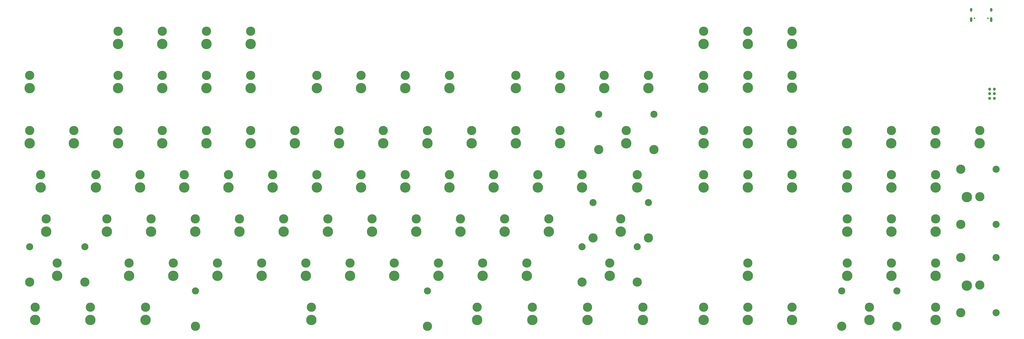
<source format=gts>
G04 #@! TF.GenerationSoftware,KiCad,Pcbnew,(5.1.9)-1*
G04 #@! TF.CreationDate,2021-02-01T17:40:24-05:00*
G04 #@! TF.ProjectId,TooManyKeys,546f6f4d-616e-4794-9b65-79732e6b6963,rev?*
G04 #@! TF.SameCoordinates,Original*
G04 #@! TF.FileFunction,Soldermask,Top*
G04 #@! TF.FilePolarity,Negative*
%FSLAX46Y46*%
G04 Gerber Fmt 4.6, Leading zero omitted, Abs format (unit mm)*
G04 Created by KiCad (PCBNEW (5.1.9)-1) date 2021-02-01 17:40:24*
%MOMM*%
%LPD*%
G01*
G04 APERTURE LIST*
%ADD10C,3.987800*%
%ADD11C,3.048000*%
%ADD12C,4.500000*%
%ADD13C,1.300000*%
%ADD14C,0.650000*%
%ADD15O,1.000000X2.100000*%
%ADD16O,1.000000X1.600000*%
G04 APERTURE END LIST*
D10*
G04 #@! TO.C,MX_ENT1*
X431006000Y-339725000D03*
D11*
X419099750Y-332740000D03*
X442912250Y-332740000D03*
D10*
X419099750Y-347980000D03*
X442912250Y-347980000D03*
G04 #@! TD*
G04 #@! TO.C,MX_F10*
X404797260Y-277809960D03*
G04 #@! TD*
G04 #@! TO.C,MX_9*
X347662000Y-301625000D03*
G04 #@! TD*
G04 #@! TO.C,MX_F12*
X442912000Y-277812000D03*
G04 #@! TD*
G04 #@! TO.C,MX_5*
X271462000Y-301625000D03*
G04 #@! TD*
D12*
G04 #@! TO.C,LED72*
X342900000Y-345281000D03*
G04 #@! TD*
D10*
G04 #@! TO.C,MX_GRV1*
X176212000Y-301625000D03*
G04 #@! TD*
G04 #@! TO.C,MX_PREV1*
X252412000Y-258762000D03*
G04 #@! TD*
G04 #@! TO.C,MX_PLAY1*
X214312000Y-258762000D03*
G04 #@! TD*
G04 #@! TO.C,MX_NEXT1*
X271462000Y-258762000D03*
G04 #@! TD*
G04 #@! TO.C,MX_F11*
X423862000Y-277812000D03*
G04 #@! TD*
G04 #@! TO.C,MX_F6*
X319088000Y-277812000D03*
G04 #@! TD*
G04 #@! TO.C,MX_MUTE1*
X466725000Y-258762000D03*
G04 #@! TD*
G04 #@! TO.C,MX_F2*
X233362000Y-277812000D03*
G04 #@! TD*
D12*
G04 #@! TO.C,LED111*
X585724000Y-307181000D03*
G04 #@! TD*
G04 #@! TO.C,LED110*
X580167000Y-330327000D03*
G04 #@! TD*
G04 #@! TO.C,LED109*
X580167000Y-368554000D03*
G04 #@! TD*
G04 #@! TO.C,LED108*
X566738000Y-383381000D03*
G04 #@! TD*
G04 #@! TO.C,LED107*
X538162000Y-383381000D03*
G04 #@! TD*
G04 #@! TO.C,LED106*
X504825000Y-383381000D03*
G04 #@! TD*
G04 #@! TO.C,LED105*
X485775000Y-383381000D03*
G04 #@! TD*
G04 #@! TO.C,LED104*
X466725000Y-383381000D03*
G04 #@! TD*
G04 #@! TO.C,LED103*
X440531000Y-383381000D03*
G04 #@! TD*
G04 #@! TO.C,LED102*
X416719000Y-383381000D03*
G04 #@! TD*
G04 #@! TO.C,LED101*
X392906000Y-383381000D03*
G04 #@! TD*
G04 #@! TO.C,LED100*
X369094000Y-383381000D03*
G04 #@! TD*
G04 #@! TO.C,LED99*
X297656000Y-383381000D03*
G04 #@! TD*
G04 #@! TO.C,LED98*
X226219000Y-383381000D03*
G04 #@! TD*
G04 #@! TO.C,LED97*
X202406000Y-383381000D03*
G04 #@! TD*
G04 #@! TO.C,LED96*
X178594000Y-383381000D03*
G04 #@! TD*
G04 #@! TO.C,LED95*
X566738000Y-364331000D03*
G04 #@! TD*
G04 #@! TO.C,LED94*
X547688000Y-364331000D03*
G04 #@! TD*
G04 #@! TO.C,LED93*
X528638000Y-364331000D03*
G04 #@! TD*
G04 #@! TO.C,LED92*
X485775000Y-364331000D03*
G04 #@! TD*
G04 #@! TO.C,LED91*
X426244000Y-364331000D03*
G04 #@! TD*
G04 #@! TO.C,LED90*
X390525000Y-364331000D03*
G04 #@! TD*
G04 #@! TO.C,LED89*
X371475000Y-364331000D03*
G04 #@! TD*
G04 #@! TO.C,LED88*
X352425000Y-364331000D03*
G04 #@! TD*
G04 #@! TO.C,LED87*
X333375000Y-364331000D03*
G04 #@! TD*
G04 #@! TO.C,LED86*
X314325000Y-364331000D03*
G04 #@! TD*
G04 #@! TO.C,LED85*
X295275000Y-364331000D03*
G04 #@! TD*
G04 #@! TO.C,LED84*
X276225000Y-364331000D03*
G04 #@! TD*
G04 #@! TO.C,LED83*
X257175000Y-364331000D03*
G04 #@! TD*
G04 #@! TO.C,LED82*
X238125000Y-364331000D03*
G04 #@! TD*
G04 #@! TO.C,LED81*
X219075000Y-364331000D03*
G04 #@! TD*
G04 #@! TO.C,LED80*
X188119000Y-364331000D03*
G04 #@! TD*
G04 #@! TO.C,LED79*
X566738000Y-345281000D03*
G04 #@! TD*
G04 #@! TO.C,LED78*
X547688000Y-345281000D03*
G04 #@! TD*
G04 #@! TO.C,LED77*
X528638000Y-345281000D03*
G04 #@! TD*
G04 #@! TO.C,LED76*
X431006000Y-345281000D03*
G04 #@! TD*
G04 #@! TO.C,LED75*
X400050000Y-345281000D03*
G04 #@! TD*
G04 #@! TO.C,LED74*
X381000000Y-345281000D03*
G04 #@! TD*
G04 #@! TO.C,LED73*
X361950000Y-345281000D03*
G04 #@! TD*
G04 #@! TO.C,LED71*
X323850000Y-345281000D03*
G04 #@! TD*
G04 #@! TO.C,LED70*
X304800000Y-345281000D03*
G04 #@! TD*
G04 #@! TO.C,LED69*
X285750000Y-345281000D03*
G04 #@! TD*
G04 #@! TO.C,LED68*
X266700000Y-345281000D03*
G04 #@! TD*
G04 #@! TO.C,LED67*
X247650000Y-345281000D03*
G04 #@! TD*
G04 #@! TO.C,LED66*
X228600000Y-345281000D03*
G04 #@! TD*
G04 #@! TO.C,LED65*
X209550000Y-345281000D03*
G04 #@! TD*
G04 #@! TO.C,LED64*
X183356000Y-345281000D03*
G04 #@! TD*
G04 #@! TO.C,LED63*
X485775000Y-326231000D03*
G04 #@! TD*
G04 #@! TO.C,LED62*
X466725000Y-326231000D03*
G04 #@! TD*
G04 #@! TO.C,LED61*
X438150000Y-326231000D03*
G04 #@! TD*
G04 #@! TO.C,LED60*
X414338000Y-326230000D03*
G04 #@! TD*
G04 #@! TO.C,LED59*
X395288000Y-326231000D03*
G04 #@! TD*
G04 #@! TO.C,LED58*
X376238000Y-326231000D03*
G04 #@! TD*
G04 #@! TO.C,LED57*
X357188000Y-326231000D03*
G04 #@! TD*
G04 #@! TO.C,LED56*
X338138000Y-326231000D03*
G04 #@! TD*
G04 #@! TO.C,LED55*
X319088000Y-326231000D03*
G04 #@! TD*
G04 #@! TO.C,LED54*
X300038000Y-326231000D03*
G04 #@! TD*
G04 #@! TO.C,LED53*
X280988000Y-326231000D03*
G04 #@! TD*
G04 #@! TO.C,LED52*
X261938000Y-326231000D03*
G04 #@! TD*
G04 #@! TO.C,LED51*
X242888000Y-326231000D03*
G04 #@! TD*
G04 #@! TO.C,LED50*
X223838000Y-326231000D03*
G04 #@! TD*
G04 #@! TO.C,LED49*
X204788000Y-326231000D03*
G04 #@! TD*
G04 #@! TO.C,LED48*
X180975000Y-326231000D03*
G04 #@! TD*
G04 #@! TO.C,LED47*
X504825000Y-326231000D03*
G04 #@! TD*
G04 #@! TO.C,LED46*
X528574000Y-326231000D03*
G04 #@! TD*
G04 #@! TO.C,LED45*
X547688000Y-326231000D03*
G04 #@! TD*
G04 #@! TO.C,LED44*
X566738000Y-326231000D03*
G04 #@! TD*
G04 #@! TO.C,LED43*
X566674000Y-307181000D03*
G04 #@! TD*
G04 #@! TO.C,LED42*
X547624000Y-307181000D03*
G04 #@! TD*
G04 #@! TO.C,LED41*
X528574000Y-307181000D03*
G04 #@! TD*
G04 #@! TO.C,LED40*
X504825000Y-307181000D03*
G04 #@! TD*
G04 #@! TO.C,LED39*
X485775000Y-307181000D03*
G04 #@! TD*
G04 #@! TO.C,LED38*
X466725000Y-307181000D03*
G04 #@! TD*
G04 #@! TO.C,LED37*
X433388000Y-307181000D03*
G04 #@! TD*
G04 #@! TO.C,LED36*
X404812000Y-307181000D03*
G04 #@! TD*
G04 #@! TO.C,LED35*
X385762000Y-307181000D03*
G04 #@! TD*
G04 #@! TO.C,LED34*
X366712000Y-307181000D03*
G04 #@! TD*
G04 #@! TO.C,LED33*
X347662000Y-307181000D03*
G04 #@! TD*
G04 #@! TO.C,LED32*
X328612000Y-307181000D03*
G04 #@! TD*
G04 #@! TO.C,LED31*
X309562000Y-307181000D03*
G04 #@! TD*
G04 #@! TO.C,LED30*
X290512000Y-307181000D03*
G04 #@! TD*
G04 #@! TO.C,LED29*
X271462000Y-307181000D03*
G04 #@! TD*
G04 #@! TO.C,LED28*
X252412000Y-307181000D03*
G04 #@! TD*
G04 #@! TO.C,LED27*
X233362000Y-307181000D03*
G04 #@! TD*
G04 #@! TO.C,LED26*
X214312000Y-307181000D03*
G04 #@! TD*
G04 #@! TO.C,LED25*
X195262000Y-307181000D03*
G04 #@! TD*
G04 #@! TO.C,LED24*
X176212000Y-307181000D03*
G04 #@! TD*
G04 #@! TO.C,LED23*
X504825000Y-283210000D03*
G04 #@! TD*
G04 #@! TO.C,LED22*
X485775000Y-283210000D03*
G04 #@! TD*
G04 #@! TO.C,LED21*
X466598000Y-283210000D03*
G04 #@! TD*
G04 #@! TO.C,LED20*
X442912000Y-283369000D03*
G04 #@! TD*
G04 #@! TO.C,LED19*
X423862000Y-283369000D03*
G04 #@! TD*
G04 #@! TO.C,LED18*
X404812000Y-283369000D03*
G04 #@! TD*
G04 #@! TO.C,LED17*
X385762000Y-283369000D03*
G04 #@! TD*
G04 #@! TO.C,LED16*
X357188000Y-283369000D03*
G04 #@! TD*
G04 #@! TO.C,LED15*
X338138000Y-283369000D03*
G04 #@! TD*
G04 #@! TO.C,LED14*
X319088000Y-283374000D03*
G04 #@! TD*
G04 #@! TO.C,LED13*
X300038000Y-283369000D03*
G04 #@! TD*
G04 #@! TO.C,LED12*
X271462000Y-283369000D03*
G04 #@! TD*
G04 #@! TO.C,LED11*
X252412000Y-283369000D03*
G04 #@! TD*
G04 #@! TO.C,LED10*
X233362000Y-283369000D03*
G04 #@! TD*
G04 #@! TO.C,LED9*
X214312000Y-283369000D03*
G04 #@! TD*
G04 #@! TO.C,LED8*
X176212000Y-283369000D03*
G04 #@! TD*
G04 #@! TO.C,LED7*
X504825000Y-264319000D03*
G04 #@! TD*
G04 #@! TO.C,LED6*
X485775000Y-264287000D03*
G04 #@! TD*
G04 #@! TO.C,LED5*
X466725000Y-264319000D03*
G04 #@! TD*
G04 #@! TO.C,LED4*
X271462000Y-264319000D03*
G04 #@! TD*
G04 #@! TO.C,LED3*
X252412000Y-264319000D03*
G04 #@! TD*
G04 #@! TO.C,LED2*
X233362000Y-264319000D03*
G04 #@! TD*
G04 #@! TO.C,LED1*
X214312000Y-264319000D03*
G04 #@! TD*
D10*
G04 #@! TO.C,MX_N1*
X314325000Y-358775000D03*
G04 #@! TD*
G04 #@! TO.C,MX_PGDN1*
X504825000Y-320675000D03*
G04 #@! TD*
G04 #@! TO.C,MX_TAB1*
X180975000Y-320675000D03*
G04 #@! TD*
G04 #@! TO.C,MX_BSLS1*
X438150000Y-320675000D03*
G04 #@! TD*
G04 #@! TO.C,MX_RSFT1*
X426244000Y-358775000D03*
D11*
X414337750Y-351790000D03*
X438150250Y-351790000D03*
D10*
X414337750Y-367030000D03*
X438150250Y-367030000D03*
G04 #@! TD*
G04 #@! TO.C,MX_CAPS1*
X183356000Y-339725000D03*
G04 #@! TD*
G04 #@! TO.C,MX_LSFT1*
X188119000Y-358775000D03*
D11*
X176212750Y-351790000D03*
X200025250Y-351790000D03*
D10*
X176212750Y-367030000D03*
X200025250Y-367030000D03*
G04 #@! TD*
G04 #@! TO.C,MX_SPC1*
X297656000Y-377825000D03*
D11*
X247656100Y-370840000D03*
X347655900Y-370840000D03*
D10*
X247656100Y-386080000D03*
X347655900Y-386080000D03*
G04 #@! TD*
G04 #@! TO.C,MX_P+1*
X585787500Y-330200000D03*
D11*
X592772500Y-318293750D03*
X592772500Y-342106250D03*
D10*
X577532500Y-318293750D03*
X577532500Y-342106250D03*
G04 #@! TD*
G04 #@! TO.C,MX_PENT1*
X585787500Y-368300000D03*
D11*
X592772500Y-356393750D03*
X592772500Y-380206250D03*
D10*
X577532500Y-356393750D03*
X577532500Y-380206250D03*
G04 #@! TD*
G04 #@! TO.C,MX_P0*
X538162000Y-377825000D03*
D11*
X526255750Y-370840000D03*
X550068250Y-370840000D03*
D10*
X526255750Y-386080000D03*
X550068250Y-386080000D03*
G04 #@! TD*
G04 #@! TO.C,MX_BSPC1*
X433388000Y-301625000D03*
D11*
X421481750Y-294640000D03*
X445294250Y-294640000D03*
D10*
X421481750Y-309880000D03*
X445294250Y-309880000D03*
G04 #@! TD*
G04 #@! TO.C,MX_RCTL1*
X440531000Y-377825000D03*
G04 #@! TD*
G04 #@! TO.C,MX_RGUI1*
X392906000Y-377825000D03*
G04 #@! TD*
G04 #@! TO.C,MX_RALT1*
X369094000Y-377825000D03*
G04 #@! TD*
G04 #@! TO.C,MX_MENU1*
X416719000Y-377825000D03*
G04 #@! TD*
G04 #@! TO.C,MX_LGUI1*
X202406000Y-377825000D03*
G04 #@! TD*
G04 #@! TO.C,MX_LCTL1*
X178594000Y-377825000D03*
G04 #@! TD*
G04 #@! TO.C,MX_LALT1*
X226219000Y-377825000D03*
G04 #@! TD*
G04 #@! TO.C,MX_RGHT1*
X504825000Y-377825000D03*
G04 #@! TD*
G04 #@! TO.C,MX_Z1*
X219075000Y-358775000D03*
G04 #@! TD*
G04 #@! TO.C,MX_Y1*
X300038000Y-320675000D03*
G04 #@! TD*
G04 #@! TO.C,MX_X1*
X238125000Y-358775000D03*
G04 #@! TD*
G04 #@! TO.C,MX_W1*
X223838000Y-320675000D03*
G04 #@! TD*
G04 #@! TO.C,MX_VOLD1*
X485775000Y-258762000D03*
G04 #@! TD*
G04 #@! TO.C,MX_VOLU1*
X504825000Y-258762000D03*
G04 #@! TD*
G04 #@! TO.C,MX_V1*
X276225000Y-358775000D03*
G04 #@! TD*
G04 #@! TO.C,MX_UP1*
X485775000Y-358775000D03*
G04 #@! TD*
G04 #@! TO.C,MX_U1*
X319088000Y-320675000D03*
G04 #@! TD*
G04 #@! TO.C,MX_T1*
X280988000Y-320675000D03*
G04 #@! TD*
G04 #@! TO.C,MX_STOP1*
X233362000Y-258762000D03*
G04 #@! TD*
G04 #@! TO.C,MX_SLSH1*
X390525000Y-358775000D03*
G04 #@! TD*
G04 #@! TO.C,MX_SLCK1*
X485775000Y-277812000D03*
G04 #@! TD*
G04 #@! TO.C,MX_SCLN1*
X381000000Y-339725000D03*
G04 #@! TD*
G04 #@! TO.C,MX_S1*
X228600000Y-339725000D03*
G04 #@! TD*
G04 #@! TO.C,MX_RBRC1*
X414338000Y-320675000D03*
G04 #@! TD*
G04 #@! TO.C,MX_R1*
X261938000Y-320675000D03*
G04 #@! TD*
G04 #@! TO.C,MX_QUOT1*
X400050000Y-339725000D03*
G04 #@! TD*
G04 #@! TO.C,MX_Q1*
X204788000Y-320675000D03*
G04 #@! TD*
G04 #@! TO.C,MX_PSCR1*
X466725000Y-277812000D03*
G04 #@! TD*
G04 #@! TO.C,MX_PGUP1*
X504825000Y-301625000D03*
G04 #@! TD*
G04 #@! TO.C,MX_PDOT1*
X566738000Y-377825000D03*
G04 #@! TD*
G04 #@! TO.C,MX_PAUSE1*
X504825000Y-277812000D03*
G04 #@! TD*
G04 #@! TO.C,MX_P/1*
X547688000Y-301625000D03*
G04 #@! TD*
G04 #@! TO.C,MX_P-1*
X585788000Y-301625000D03*
G04 #@! TD*
G04 #@! TO.C,MX_P\u002A1*
X566738000Y-301625000D03*
G04 #@! TD*
G04 #@! TO.C,MX_P10*
X376238000Y-320675000D03*
G04 #@! TD*
G04 #@! TO.C,MX_P9*
X566738000Y-320675000D03*
G04 #@! TD*
G04 #@! TO.C,MX_P8*
X547688000Y-320675000D03*
G04 #@! TD*
G04 #@! TO.C,MX_P7*
X528638000Y-320675000D03*
G04 #@! TD*
G04 #@! TO.C,MX_P6*
X566738000Y-339725000D03*
G04 #@! TD*
G04 #@! TO.C,MX_P5*
X547688000Y-339725000D03*
G04 #@! TD*
G04 #@! TO.C,MX_P4*
X528638000Y-339725000D03*
G04 #@! TD*
G04 #@! TO.C,MX_P3*
X566738000Y-358775000D03*
G04 #@! TD*
G04 #@! TO.C,MX_P2*
X547688000Y-358775000D03*
G04 #@! TD*
G04 #@! TO.C,MX_P1*
X528638000Y-358775000D03*
G04 #@! TD*
G04 #@! TO.C,MX_O1*
X357188000Y-320675000D03*
G04 #@! TD*
G04 #@! TO.C,MX_NLCK1*
X528638000Y-301625000D03*
G04 #@! TD*
G04 #@! TO.C,MX_MINS1*
X385762000Y-301625000D03*
G04 #@! TD*
G04 #@! TO.C,MX_M1*
X333375000Y-358775000D03*
G04 #@! TD*
G04 #@! TO.C,MX_LEFT1*
X466725000Y-377825000D03*
G04 #@! TD*
G04 #@! TO.C,MX_LBRC1*
X395288000Y-320675000D03*
G04 #@! TD*
G04 #@! TO.C,MX_L1*
X361950000Y-339725000D03*
G04 #@! TD*
G04 #@! TO.C,MX_K1*
X342900000Y-339725000D03*
G04 #@! TD*
G04 #@! TO.C,MX_J1*
X323850000Y-339725000D03*
G04 #@! TD*
G04 #@! TO.C,MX_INS1*
X466725000Y-301625000D03*
G04 #@! TD*
G04 #@! TO.C,MX_I1*
X338138000Y-320675000D03*
G04 #@! TD*
G04 #@! TO.C,MX_HOME1*
X485775000Y-301625000D03*
G04 #@! TD*
G04 #@! TO.C,MX_H1*
X304800000Y-339725000D03*
G04 #@! TD*
G04 #@! TO.C,MX_G1*
X285750000Y-339725000D03*
G04 #@! TD*
G04 #@! TO.C,MX_F13*
X266700000Y-339725000D03*
G04 #@! TD*
G04 #@! TO.C,MX_F9*
X385762000Y-277812000D03*
G04 #@! TD*
G04 #@! TO.C,MX_F8*
X357188000Y-277812000D03*
G04 #@! TD*
G04 #@! TO.C,MX_F7*
X338138000Y-277812000D03*
G04 #@! TD*
G04 #@! TO.C,MX_F5*
X300038000Y-277812000D03*
G04 #@! TD*
G04 #@! TO.C,MX_F4*
X271462000Y-277812000D03*
G04 #@! TD*
G04 #@! TO.C,MX_F3*
X252412000Y-277812000D03*
G04 #@! TD*
G04 #@! TO.C,MX_F1*
X214312000Y-277812000D03*
G04 #@! TD*
G04 #@! TO.C,MX_ESC1*
X176212000Y-277812000D03*
G04 #@! TD*
G04 #@! TO.C,MX_EQL1*
X404812000Y-301625000D03*
G04 #@! TD*
G04 #@! TO.C,MX_END1*
X485775000Y-320675000D03*
G04 #@! TD*
G04 #@! TO.C,MX_E1*
X242888000Y-320675000D03*
G04 #@! TD*
G04 #@! TO.C,MX_DOWN1*
X485775000Y-377825000D03*
G04 #@! TD*
G04 #@! TO.C,MX_DOT1*
X371475000Y-358775000D03*
G04 #@! TD*
G04 #@! TO.C,MX_DEL1*
X466725000Y-320675000D03*
G04 #@! TD*
G04 #@! TO.C,MX_D1*
X247650000Y-339725000D03*
G04 #@! TD*
G04 #@! TO.C,MX_COMM1*
X352425000Y-358775000D03*
G04 #@! TD*
G04 #@! TO.C,MX_C1*
X257175000Y-358775000D03*
G04 #@! TD*
G04 #@! TO.C,MX_B1*
X295275000Y-358775000D03*
G04 #@! TD*
G04 #@! TO.C,MX_A1*
X209550000Y-339725000D03*
G04 #@! TD*
G04 #@! TO.C,MX_8*
X328612000Y-301625000D03*
G04 #@! TD*
G04 #@! TO.C,MX_7*
X309562000Y-301625000D03*
G04 #@! TD*
G04 #@! TO.C,MX_6*
X290512000Y-301625000D03*
G04 #@! TD*
G04 #@! TO.C,MX_4*
X252412000Y-301625000D03*
G04 #@! TD*
G04 #@! TO.C,MX_3*
X233362000Y-301625000D03*
G04 #@! TD*
G04 #@! TO.C,MX_2*
X214312000Y-301625000D03*
G04 #@! TD*
G04 #@! TO.C,MX_1*
X195262000Y-301625000D03*
G04 #@! TD*
G04 #@! TO.C,MX_0*
X366712000Y-301625000D03*
G04 #@! TD*
D13*
G04 #@! TO.C,J2*
X592042000Y-283750000D03*
X590042000Y-283750000D03*
X592042000Y-285750000D03*
X590042000Y-285750000D03*
X592042000Y-287750000D03*
X590042000Y-287750000D03*
G04 #@! TD*
D14*
G04 #@! TO.C,USB1*
X589249000Y-253233000D03*
X583469000Y-253233000D03*
D15*
X582039000Y-253763000D03*
X590679000Y-253763000D03*
D16*
X582039000Y-249583000D03*
X590679000Y-249583000D03*
G04 #@! TD*
M02*

</source>
